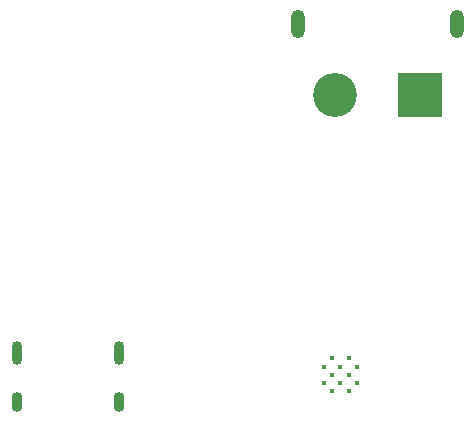
<source format=gbr>
%TF.GenerationSoftware,KiCad,Pcbnew,9.0.2*%
%TF.CreationDate,2025-11-06T19:37:58+13:00*%
%TF.ProjectId,Rob_Dev_Board,526f625f-4465-4765-9f42-6f6172642e6b,rev?*%
%TF.SameCoordinates,Original*%
%TF.FileFunction,Copper,L3,Inr*%
%TF.FilePolarity,Positive*%
%FSLAX46Y46*%
G04 Gerber Fmt 4.6, Leading zero omitted, Abs format (unit mm)*
G04 Created by KiCad (PCBNEW 9.0.2) date 2025-11-06 19:37:58*
%MOMM*%
%LPD*%
G01*
G04 APERTURE LIST*
%TA.AperFunction,ComponentPad*%
%ADD10O,0.900000X2.000000*%
%TD*%
%TA.AperFunction,ComponentPad*%
%ADD11O,0.900000X1.700000*%
%TD*%
%TA.AperFunction,ComponentPad*%
%ADD12R,3.716000X3.716000*%
%TD*%
%TA.AperFunction,ComponentPad*%
%ADD13C,3.716000*%
%TD*%
%TA.AperFunction,ComponentPad*%
%ADD14O,1.200000X2.400000*%
%TD*%
%TA.AperFunction,ComponentPad*%
%ADD15C,0.400000*%
%TD*%
G04 APERTURE END LIST*
D10*
%TO.N,Net-(J1-SHIELD-PadS1)*%
%TO.C,J1*%
X55350000Y-77330000D03*
X64000000Y-77330000D03*
D11*
X55350000Y-81500000D03*
X64000000Y-81500000D03*
%TD*%
D12*
%TO.N,unconnected-(J2-+-Pad1)*%
%TO.C,J2*%
X89500000Y-55500000D03*
D13*
%TO.N,unconnected-(J2---Pad2)*%
X82300000Y-55500000D03*
D14*
%TO.N,N/C*%
X92650000Y-49500000D03*
X79150000Y-49500000D03*
%TD*%
D15*
%TO.N,N/C*%
%TO.C,U2*%
X82050000Y-77810000D03*
X83450000Y-77810000D03*
X81350000Y-78510000D03*
X82750000Y-78510000D03*
X84150000Y-78510000D03*
X82050000Y-79210000D03*
X83450000Y-79210000D03*
X81350000Y-79910000D03*
X82750000Y-79910000D03*
X84150000Y-79910000D03*
X82050000Y-80610000D03*
X83450000Y-80610000D03*
%TD*%
M02*

</source>
